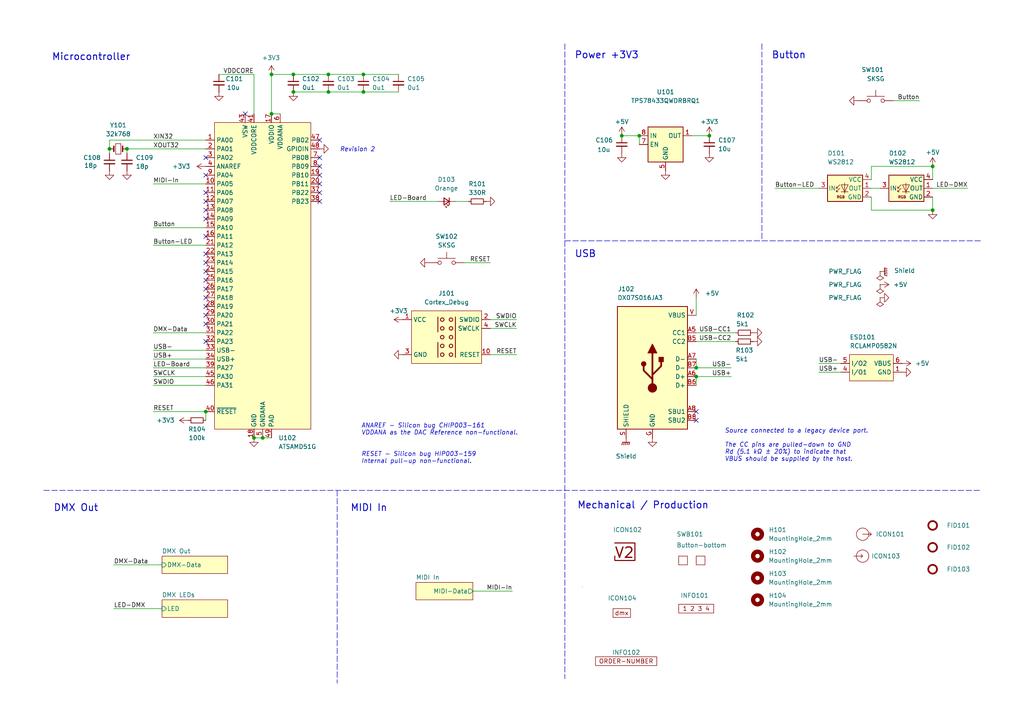
<source format=kicad_sch>
(kicad_sch (version 20250114) (generator "eeschema") (generator_version "9.0")
  (paper "A4")
  (title_block (title "V2 dmx") (date "2026-01-06") (rev "5") (company "Versio Duo") (comment 1 "MIDI to DMX Bridge"))
  (lib_symbols
    (symbol "V2_Artwork:Arrow_In" (in_bom no)
      (property "Reference" "ICON" (at -2.54 2.54 0))
      (symbol "Arrow_In_0_1"
        (polyline (pts (xy -2.54 0) (xy 0 0)))
        (polyline (pts (xy -0.508 0.508) (xy 0 0) (xy -0.508 -0.508)))
        (circle (center 0 0) (radius 1.7961))
      )
    )
    (symbol "V2_Artwork:Arrow_Out" (in_bom no)
      (property "Reference" "ICON" (at -2.54 2.54 0))
      (symbol "Arrow_Out_0_1"
        (polyline (pts (xy 0 0) (xy 2.54 0)))
        (circle (center 0 0) (radius 1.7961))
        (polyline (pts (xy 2.032 0.508) (xy 2.54 0) (xy 2.032 -0.508)))
      )
    )
    (symbol "V2_Artwork:Board_dmx" (in_bom no)
      (property "Reference" "ICON" (at 0 2.54 0))
      (symbol "Board_dmx_0_0"
        (rectangle (start -11.43 7.62) (end -11.43 7.62))
        (rectangle (start 2.54 -1.27) (end -2.54 1.27))
        (text "dmx" (at 0 0 0) (effects (font (size 1.27 1.27))))
      )
    )
    (symbol "V2_Artwork:V2-logo" (in_bom no)
      (property "Reference" "ICON" (at -3.302 3.81 0))
      (symbol "V2-logo_1_0"
        (polyline (pts (xy -3.302 2.54) (xy 2.54 2.54) (xy 2.54 -2.54) (xy -3.302 -2.54) (xy -3.302 -1.27)) (stroke (width 0.3)))
      )
      (symbol "V2-logo_1_1"
        (text "V2" (at -0.508 -0.254 0) (effects (font (size 3 3) (thickness 0.375))))
      )
    )
    (symbol "V2_Connector_USB:JAE_DX07S016JA3"
      (property "Reference" "J" (at -10.16 22.86 0))
      (property "Value" "DX07S016JA3" (at -10.16 20.5 0))
      (symbol "JAE_DX07S016JA3_0_1"
        (rectangle (start -10.16 17.78) (end 10.16 -17.78) (stroke (width 0.254)) (fill (type background)))
        (circle (center -2.54 1.143) (radius 0.635) (stroke (width 0.254)) (fill (type outline)))
        (polyline (pts (xy -1.27 4.318) (xy 0 6.858) (xy 1.27 4.318) (xy -1.27 4.318)) (stroke (width 0.254)) (fill (type outline)))
        (polyline (pts (xy 0 -2.032) (xy 2.54 0.508) (xy 2.54 1.778)) (stroke (width 0.508)))
        (polyline (pts (xy 0 -3.302) (xy -2.54 -0.762) (xy -2.54 0.508)) (stroke (width 0.508)))
        (polyline (pts (xy 0 -5.842) (xy 0 4.318)) (stroke (width 0.508)))
        (circle (center 0 -5.842) (radius 1.27) (fill (type outline)))
        (rectangle (start 1.905 1.778) (end 3.175 3.048) (stroke (width 0.254)) (fill (type outline)))
      )
      (symbol "JAE_DX07S016JA3_1_1"
        (pin passive line (at -7.62 -20.32 90) (length 2.54) (name "SHIELD") (number "S"))
        (pin passive line (at 0 -20.32 90) (length 2.54) (name "GND") (number "G"))
        (pin passive line (at 12.7 15.24 180) (length 2.54) (name "VBUS") (number "V"))
        (pin bidirectional line (at 12.7 10.16 180) (length 2.54) (name "CC1") (number "A5"))
        (pin bidirectional line (at 12.7 7.62 180) (length 2.54) (name "CC2") (number "B5"))
        (pin bidirectional line (at 12.7 2.54 180) (length 2.54) (name "D-") (number "A7"))
        (pin bidirectional line (at 12.7 0 180) (length 2.54) (name "D-") (number "B7"))
        (pin bidirectional line (at 12.7 -2.54 180) (length 2.54) (name "D+") (number "A6"))
        (pin bidirectional line (at 12.7 -5.08 180) (length 2.54) (name "D+") (number "B6"))
        (pin bidirectional line (at 12.7 -12.7 180) (length 2.54) (name "SBU1") (number "A8"))
        (pin bidirectional line (at 12.7 -15.24 180) (length 2.54) (name "SBU2") (number "B8"))
      )
    )
    (symbol "V2_Cortex_Debug:Cortex_Debug" (in_bom no)
      (property "Reference" "J" (at -8.89 11.43 0))
      (property "Value" "Cortex_Debug" (at -8.89 8.89 0))
      (symbol "Cortex_Debug_1_0"
        (polyline (pts (xy -1.27 5.842) (xy -1.27 1.524)) (stroke (width 0.254)))
        (polyline (pts (xy -1.27 -1.524) (xy -1.27 -5.842)) (stroke (width 0.254)))
        (circle (center 0 5.08) (radius 0.508) (stroke (width 0.254)))
        (circle (center 0 2.54) (radius 0.508) (stroke (width 0.254)))
        (circle (center 0 0) (radius 0.508) (stroke (width 0.254)))
        (circle (center 0 -2.54) (radius 0.508) (stroke (width 0.254)))
        (circle (center 0 -5.08) (radius 0.508) (stroke (width 0.254)))
        (circle (center 2.54 5.08) (radius 0.508) (stroke (width 0.254)))
        (circle (center 2.54 2.54) (radius 0.508) (stroke (width 0.254)))
        (circle (center 2.54 0) (radius 0.508) (stroke (width 0.254)))
        (circle (center 2.54 -2.54) (radius 0.508) (stroke (width 0.254)))
        (circle (center 2.54 -5.08) (radius 0.508) (stroke (width 0.254)))
        (polyline (pts (xy 3.81 -5.842) (xy 3.81 5.842)) (stroke (width 0.254)))
        (pin power_in line (at -11.43 5.08 0) (length 2.54) (name "VCC") (number "1"))
        (pin power_in line (at -11.43 -5.08 0) (length 2.54) (name "GND") (number "3"))
        (pin passive line (at -11.43 -5.08 0) (length 2.54) (hide yes) (name "GND") (number "5"))
        (pin bidirectional line (at 13.97 5.08 180) (length 2.54) (name "SWDIO") (number "2"))
        (pin input line (at 13.97 2.54 180) (length 2.54) (name "SWCLK") (number "4"))
        (pin input line (at 13.97 -5.08 180) (length 2.54) (name "RESET") (number "10"))
      )
      (symbol "Cortex_Debug_1_1"
        (rectangle (start -8.89 7.62) (end 11.43 -7.62) (fill (type background)))
      )
    )
    (symbol "V2_Device:C_0603_0u1" (pin_numbers (hide yes)) (pin_names (offset 0.254) (hide yes))
      (property "Reference" "C" (at 1.778 1.524 0))
      (property "Value" "0u1" (at 1.778 -2.032 0))
      (symbol "C_0603_0u1_0_1"
        (polyline (pts (xy -1.524 0.508) (xy 1.524 0.508)) (stroke (width 0.3048)))
        (polyline (pts (xy -1.524 -0.508) (xy 1.524 -0.508)) (stroke (width 0.3302)))
      )
      (symbol "C_0603_0u1_1_1"
        (pin passive line (at 0 2.54 270) (length 2.032) (name "~") (number "1"))
        (pin passive line (at 0 -2.54 90) (length 2.032) (name "~") (number "2"))
      )
    )
    (symbol "V2_Device:C_0603_10u" (pin_numbers (hide yes)) (pin_names (offset 0.254) (hide yes))
      (property "Reference" "C" (at 1.524 1.778 0))
      (property "Value" "10u" (at 1.524 -2.032 0))
      (symbol "C_0603_10u_0_1"
        (polyline (pts (xy -1.524 0.508) (xy 1.524 0.508)) (stroke (width 0.3048)))
        (polyline (pts (xy -1.524 -0.508) (xy 1.524 -0.508)) (stroke (width 0.3302)))
      )
      (symbol "C_0603_10u_1_1"
        (pin passive line (at 0 2.54 270) (length 2.032) (name "~") (number "1"))
        (pin passive line (at 0 -2.54 90) (length 2.032) (name "~") (number "2"))
      )
    )
    (symbol "V2_Device:C_0603_18p" (pin_numbers (hide yes)) (pin_names (offset 0.254) (hide yes))
      (property "Reference" "C" (at 1.524 1.778 0))
      (property "Value" "18p" (at 1.524 -2.032 0))
      (symbol "C_0603_18p_0_1"
        (polyline (pts (xy -1.524 0.508) (xy 1.524 0.508)) (stroke (width 0.3048)))
        (polyline (pts (xy -1.524 -0.508) (xy 1.524 -0.508)) (stroke (width 0.3302)))
      )
      (symbol "C_0603_18p_1_1"
        (pin passive line (at 0 2.54 270) (length 2.032) (name "~") (number "1"))
        (pin passive line (at 0 -2.54 90) (length 2.032) (name "~") (number "2"))
      )
    )
    (symbol "V2_Device:C_0805_10u" (pin_numbers (hide yes)) (pin_names (offset 0.254) (hide yes))
      (property "Reference" "C" (at 1.524 1.778 0))
      (property "Value" "10u" (at 1.524 -2.032 0))
      (symbol "C_0805_10u_0_1"
        (polyline (pts (xy -1.524 0.508) (xy 1.524 0.508)) (stroke (width 0.3048)))
        (polyline (pts (xy -1.524 -0.508) (xy 1.524 -0.508)) (stroke (width 0.3302)))
      )
      (symbol "C_0805_10u_1_1"
        (pin passive line (at 0 2.54 270) (length 2.032) (name "~") (number "1"))
        (pin passive line (at 0 -2.54 90) (length 2.032) (name "~") (number "2"))
      )
    )
    (symbol "V2_Device:Crystal_3.2x1.5_32k768" (pin_numbers (hide yes)) (pin_names (offset 1.016) (hide yes))
      (property "Reference" "Y" (at 0 2.54 0))
      (property "Value" "32k768" (at 0 -3.81 0))
      (symbol "Crystal_3.2x1.5_32k768_0_1"
        (polyline (pts (xy -1.27 -0.762) (xy -1.27 0.762)) (stroke (width 0.381)))
        (rectangle (start -0.762 -1.524) (end 0.762 1.524))
        (polyline (pts (xy 1.27 -0.762) (xy 1.27 0.762)) (stroke (width 0.381)))
      )
      (symbol "Crystal_3.2x1.5_32k768_1_1"
        (pin passive line (at -2.54 0 0) (length 1.27) (name "1") (number "1"))
        (pin passive line (at 2.54 0 180) (length 1.27) (name "2") (number "2"))
      )
    )
    (symbol "V2_Device:LED_0603_Orange" (pin_numbers (hide yes)) (pin_names (offset 0.254) (hide yes))
      (property "Reference" "D" (at 0 5.588 0))
      (property "Value" "Orange" (at 0 3.556 0))
      (symbol "LED_0603_Orange_0_1"
        (polyline (pts (xy -0.762 -1.016) (xy -0.762 1.016)) (stroke (width 0.254)))
        (polyline (pts (xy 0 0.762) (xy -0.508 1.27) (xy -0.254 1.27) (xy -0.508 1.27) (xy -0.508 1.016)))
        (polyline (pts (xy 0.508 1.27) (xy 0 1.778) (xy 0.254 1.778) (xy 0 1.778) (xy 0 1.524)))
        (polyline (pts (xy 0.762 -1.016) (xy -0.762 0) (xy 0.762 1.016) (xy 0.762 -1.016)) (stroke (width 0.254)))
        (polyline (pts (xy 1.016 0) (xy -0.762 0)))
      )
      (symbol "LED_0603_Orange_1_1"
        (pin passive line (at -2.54 0 0) (length 1.778) (name "K") (number "1"))
        (pin passive line (at 2.54 0 180) (length 1.778) (name "A") (number "2"))
      )
    )
    (symbol "V2_Device:R_0603_100k" (pin_numbers (hide yes)) (pin_names (offset 0.254) (hide yes))
      (property "Reference" "R" (at 2.032 1.27 0))
      (property "Value" "100k" (at 3.81 -1.27 0))
      (symbol "R_0603_100k_0_1"
        (rectangle (start -0.762 1.778) (end 0.762 -1.778) (stroke (width 0.2032)))
      )
      (symbol "R_0603_100k_1_1"
        (pin passive line (at 0 2.54 270) (length 0.762) (name "~") (number "1"))
        (pin passive line (at 0 -2.54 90) (length 0.762) (name "~") (number "2"))
      )
    )
    (symbol "V2_Device:R_0603_330R" (pin_numbers (hide yes)) (pin_names (offset 0.254) (hide yes))
      (property "Reference" "R" (at 2.032 1.27 0))
      (property "Value" "330R" (at 4.064 -1.27 0))
      (symbol "R_0603_330R_0_1"
        (rectangle (start -0.762 1.778) (end 0.762 -1.778) (stroke (width 0.2032)))
      )
      (symbol "R_0603_330R_1_1"
        (pin passive line (at 0 2.54 270) (length 0.762) (name "~") (number "1"))
        (pin passive line (at 0 -2.54 90) (length 0.762) (name "~") (number "2"))
      )
    )
    (symbol "V2_Device:R_0603_5k1" (pin_numbers (hide yes)) (pin_names (offset 0.254) (hide yes))
      (property "Reference" "R" (at 2.032 1.27 0))
      (property "Value" "5k1" (at 3.302 -1.27 0))
      (symbol "R_0603_5k1_0_1"
        (rectangle (start -0.762 1.778) (end 0.762 -1.778) (stroke (width 0.2032)))
      )
      (symbol "R_0603_5k1_1_1"
        (pin passive line (at 0 2.54 270) (length 0.762) (name "~") (number "1"))
        (pin passive line (at 0 -2.54 90) (length 0.762) (name "~") (number "2"))
      )
    )
    (symbol "V2_ESD_Suppressor:RCLAMP0582N"
      (property "Reference" "ESD" (at -6.35 6.35 0))
      (property "Value" "RCLAMP0582N" (at -6.35 3.81 0))
      (symbol "RCLAMP0582N_0_1"
        (rectangle (start -6.35 2.54) (end 6.35 -5.08) (fill (type background)))
      )
      (symbol "RCLAMP0582N_1_0"
        (pin bidirectional line (at -8.89 0 0) (length 2.54) (name "I/O2") (number "5"))
        (pin bidirectional line (at -8.89 -2.54 0) (length 2.54) (name "I/O1") (number "4"))
        (pin no_connect line (at 2.54 -10.16 0) (length 2.54) (hide yes) (name "") (number "3"))
        (pin power_in line (at 8.89 0 180) (length 2.54) (name "VBUS") (number "6"))
        (pin power_in line (at 8.89 -2.54 180) (length 2.54) (name "GND") (number "1"))
      )
      (symbol "RCLAMP0582N_1_1"
        (pin no_connect line (at 2.54 -7.62 0) (length 2.54) (hide yes) (name "") (number "2"))
      )
    )
    (symbol "V2_LED:WS2812" (pin_names (offset 0.254))
      (property "Reference" "D3" (at 0 10.414 0))
      (property "Value" "WS2812" (at 0 7.874 0))
      (symbol "WS2812_0_0"
        (text "RGB" (at -1.27 -1.27 0) (effects (font (size 0.762 0.762))))
      )
      (symbol "WS2812_0_1"
        (rectangle (start -5.08 5.08) (end 5.08 -2.54) (stroke (width 0.254)) (fill (type background)))
        (polyline (pts (xy -2.54 1.27) (xy -2.032 1.27)))
        (polyline (pts (xy -2.54 0.254) (xy -2.032 0.254)))
        (polyline (pts (xy -1.524 2.286) (xy -2.54 1.27) (xy -2.54 1.778)))
        (polyline (pts (xy -1.524 1.27) (xy -2.54 0.254) (xy -2.54 0.762)))
        (polyline (pts (xy -0.127 2.794) (xy -0.127 0.254) (xy -0.127 -0.254)))
        (polyline (pts (xy 0.889 2.286) (xy -1.143 2.286) (xy -0.127 0.254) (xy 0.889 2.286)))
        (polyline (pts (xy 0.889 0.254) (xy -1.143 0.254)))
      )
      (symbol "WS2812_1_1"
        (pin input line (at -7.62 1.27 0) (length 2.54) (name "IN") (number "3"))
        (pin power_in line (at 7.62 3.81 180) (length 2.54) (name "VCC") (number "4"))
        (pin output line (at 7.62 1.27 180) (length 2.54) (name "OUT") (number "1"))
        (pin power_in line (at 7.62 -1.27 180) (length 2.54) (name "GND") (number "2"))
      )
    )
    (symbol "V2_MCU_Microchip_SAMD:ATSAMD51G"
      (property "Reference" "U" (at 8.8392 -47.2948 0))
      (property "Value" "ATSAMD51G" (at 13.8684 -51.8668 0))
      (symbol "ATSAMD51G_0_1"
        (rectangle (start -13.97 44.45) (end 13.97 -44.45) (fill (type background)))
      )
      (symbol "ATSAMD51G_1_1"
        (pin bidirectional line (at -16.51 39.37 0) (length 2.54) (name "PA00") (number "1"))
        (pin bidirectional line (at -16.51 36.83 0) (length 2.54) (name "PA01") (number "2"))
        (pin bidirectional line (at -16.51 34.29 0) (length 2.54) (name "PA02") (number "3"))
        (pin bidirectional line (at -16.51 31.75 0) (length 2.54) (name "PA03") (number "4") (alternate "ANAREF" input line))
        (pin bidirectional line (at -16.51 29.21 0) (length 2.54) (name "PA04") (number "9"))
        (pin bidirectional line (at -16.51 26.67 0) (length 2.54) (name "PA05") (number "10"))
        (pin bidirectional line (at -16.51 24.13 0) (length 2.54) (name "PA06") (number "11"))
        (pin bidirectional line (at -16.51 21.59 0) (length 2.54) (name "PA07") (number "12"))
        (pin bidirectional line (at -16.51 19.05 0) (length 2.54) (name "PA08") (number "13"))
        (pin bidirectional line (at -16.51 16.51 0) (length 2.54) (name "PA09") (number "14"))
        (pin bidirectional line (at -16.51 13.97 0) (length 2.54) (name "PA10") (number "15"))
        (pin bidirectional line (at -16.51 11.43 0) (length 2.54) (name "PA11") (number "16"))
        (pin bidirectional line (at -16.51 8.89 0) (length 2.54) (name "PA12") (number "21"))
        (pin bidirectional line (at -16.51 6.35 0) (length 2.54) (name "PA13") (number "22"))
        (pin bidirectional line (at -16.51 3.81 0) (length 2.54) (name "PA14") (number "23"))
        (pin bidirectional line (at -16.51 1.27 0) (length 2.54) (name "PA15") (number "24"))
        (pin bidirectional line (at -16.51 -1.27 0) (length 2.54) (name "PA16") (number "25"))
        (pin bidirectional line (at -16.51 -3.81 0) (length 2.54) (name "PA17") (number "26"))
        (pin bidirectional line (at -16.51 -6.35 0) (length 2.54) (name "PA18") (number "27"))
        (pin bidirectional line (at -16.51 -8.89 0) (length 2.54) (name "PA19") (number "28"))
        (pin bidirectional line (at -16.51 -11.43 0) (length 2.54) (name "PA20") (number "29"))
        (pin bidirectional line (at -16.51 -13.97 0) (length 2.54) (name "PA21") (number "30"))
        (pin bidirectional line (at -16.51 -16.51 0) (length 2.54) (name "PA22") (number "31"))
        (pin bidirectional line (at -16.51 -19.05 0) (length 2.54) (name "PA23") (number "32"))
        (pin bidirectional line (at -16.51 -21.59 0) (length 2.54) (name "PA24") (number "33") (alternate "USB-" bidirectional line))
        (pin bidirectional line (at -16.51 -24.13 0) (length 2.54) (name "PA25") (number "34") (alternate "USB+" bidirectional line))
        (pin bidirectional line (at -16.51 -26.67 0) (length 2.54) (name "PA27") (number "39"))
        (pin bidirectional line (at -16.51 -29.21 0) (length 2.54) (name "PA30") (number "45"))
        (pin bidirectional line (at -16.51 -31.75 0) (length 2.54) (name "PA31") (number "46"))
        (pin input line (at -16.51 -39.37 0) (length 2.54) (name "~{RESET}") (number "40"))
        (pin power_in line (at -5.08 46.99 270) (length 2.54) (name "VSW") (number "43"))
        (pin power_out line (at -2.54 46.99 270) (length 2.54) (name "VDDCORE") (number "41"))
        (pin power_in line (at -2.54 -46.99 90) (length 2.54) (name "GND") (number "18"))
        (pin passive line (at -2.54 -46.99 90) (length 2.54) (hide yes) (name "GND") (number "35"))
        (pin passive line (at -2.54 -46.99 90) (length 2.54) (hide yes) (name "GND") (number "42"))
        (pin power_in line (at 0 -46.99 90) (length 2.54) (name "GNDANA") (number "5"))
        (pin power_in line (at 2.54 46.99 270) (length 2.54) (name "VDDIO") (number "17"))
        (pin passive line (at 2.54 46.99 270) (length 2.54) (hide yes) (name "VDDIO") (number "36"))
        (pin passive line (at 2.54 46.99 270) (length 2.54) (hide yes) (name "VDDIO") (number "44"))
        (pin power_in line (at 2.54 -46.99 90) (length 2.54) (name "PAD") (number "49"))
        (pin power_in line (at 5.08 46.99 270) (length 2.54) (name "VDDANA") (number "6"))
        (pin bidirectional line (at 16.51 39.37 180) (length 2.54) (name "PB02") (number "47"))
        (pin bidirectional line (at 16.51 36.83 180) (length 2.54) (name "PB03") (number "48") (alternate "GPIOIN" input line))
        (pin bidirectional line (at 16.51 34.29 180) (length 2.54) (name "PB08") (number "7"))
        (pin bidirectional line (at 16.51 31.75 180) (length 2.54) (name "PB09") (number "8"))
        (pin bidirectional line (at 16.51 29.21 180) (length 2.54) (name "PB10") (number "19"))
        (pin bidirectional line (at 16.51 26.67 180) (length 2.54) (name "PB11") (number "20"))
        (pin bidirectional line (at 16.51 24.13 180) (length 2.54) (name "PB22") (number "37"))
        (pin bidirectional line (at 16.51 21.59 180) (length 2.54) (name "PB23") (number "38"))
      )
    )
    (symbol "V2_Mechanical:Fiducial_Paste" (in_bom no)
      (property "Reference" "FID" (at 5.08 0 0))
      (symbol "Fiducial_Paste_0_1"
        (circle (center 0 0) (radius 1.27) (stroke (width 0.508)))
      )
    )
    (symbol "V2_Mechanical:MountingHole_2mm" (pin_names (offset 1.016)) (in_bom no)
      (property "Reference" "H" (at 0 5.08 0))
      (property "Value" "MountingHole_2mm" (at 0 3.175 0))
      (symbol "MountingHole_2mm_0_1"
        (circle (center 0 0) (radius 1.27) (stroke (width 1.27)))
      )
    )
    (symbol "V2_PCB_Devices:Button-bottom" (in_bom no)
      (property "Reference" "SWB1" (at -2.54 3.81 0))
      (property "Value" "Button-bottom" (at -6.35 -3.81 0))
      (symbol "Button-bottom_0_1"
        (rectangle (start -3.81 1.27) (end -1.27 -1.27))
        (rectangle (start 1.27 1.27) (end 3.81 -1.27))
      )
    )
    (symbol "V2_Production:Layer_Numbers" (in_bom no)
      (property "Reference" "INFO" (at 0 3.81 0))
      (symbol "Layer_Numbers_0_0"
        (text "1 2 3 4" (at 0 0 0) (effects (font (size 1.27 1.27))))
      )
      (symbol "Layer_Numbers_0_1"
        (rectangle (start -5.08 1.27) (end 5.08 -1.27))
      )
    )
    (symbol "V2_Production:Order_Number" (in_bom no)
      (property "Reference" "INFO" (at 0 2.54 0))
      (symbol "Order_Number_0_0"
        (text "ORDER-NUMBER" (at 0 0 0) (effects (font (size 1.27 1.27))))
      )
      (symbol "Order_Number_0_1"
        (rectangle (start -8.89 1.27) (end 8.89 -1.27))
      )
    )
    (symbol "V2_Regulator_Linear:TPS78433QWDRBRQ1"
      (property "Reference" "U" (at -5.08 10.16 0))
      (property "Value" "TPS78433QWDRBRQ1" (at -5.08 7.62 0))
      (symbol "TPS78433QWDRBRQ1_0_1"
        (rectangle (start -5.08 -5.08) (end 5.08 5.08) (stroke (width 0.254)) (fill (type background)))
        (pin power_in line (at -7.62 2.54 0) (length 2.54) (name "IN") (number "8"))
        (pin input line (at -7.62 0 0) (length 2.54) (name "EN") (number "7"))
        (pin power_in line (at 0 -7.62 90) (length 2.54) (name "GND") (number "5"))
        (pin no_connect line (at 0 -19.05 180) (length 2.54) (hide yes) (name "") (number "2"))
        (pin no_connect line (at 0 -21.59 180) (length 2.54) (hide yes) (name "") (number "3"))
        (pin no_connect line (at 0 -24.13 180) (length 2.54) (hide yes) (name "") (number "4"))
        (pin no_connect line (at 0 -26.67 180) (length 2.54) (hide yes) (name "") (number "6"))
        (pin power_out line (at 7.62 2.54 180) (length 2.54) (name "OUT") (number "1"))
      )
      (symbol "TPS78433QWDRBRQ1_1_1"
        (pin passive line (at 0 -7.62 90) (length 2.54) (hide yes) (name "GND") (number "9"))
      )
    )
    (symbol "V2_Switch:SKSG" (pin_numbers (hide yes)) (pin_names (offset 1.016) (hide yes))
      (property "Reference" "SW" (at 0 7.62 0))
      (property "Value" "SKSG" (at 0 5.08 0))
      (symbol "SKSG_0_1"
        (circle (center -2.032 0) (radius 0.508))
        (polyline (pts (xy 0 1.27) (xy 0 3.048)))
        (circle (center 2.032 0) (radius 0.508))
        (polyline (pts (xy 2.54 1.27) (xy -2.54 1.27)))
        (pin passive line (at -5.08 0 0) (length 2.54) (name "1") (number "1"))
        (pin passive line (at 5.08 0 180) (length 2.54) (name "2") (number "2"))
      )
    )
    (symbol "V2_power:+3V3" (power) (pin_numbers (hide yes)) (pin_names (offset 0) (hide yes))
      (property "Value" "+3V3" (at 0 5.08 0))
      (symbol "+3V3_0_1"
        (polyline (pts (xy -0.762 1.27) (xy 0 2.54)))
        (polyline (pts (xy 0 2.54) (xy 0.762 1.27)))
        (polyline (pts (xy 0 0) (xy 0 2.54)))
      )
      (symbol "+3V3_1_1"
        (pin power_in line (at 0 0 90) (length 0) (name "~") (number "1"))
      )
    )
    (symbol "V2_power:+5V" (power) (pin_numbers (hide yes)) (pin_names (offset 0) (hide yes))
      (property "Value" "+5V" (at 0 5.08 0))
      (symbol "+5V_0_1"
        (polyline (pts (xy -0.762 1.27) (xy 0 2.54)))
        (polyline (pts (xy 0 2.54) (xy 0.762 1.27)))
        (polyline (pts (xy 0 0) (xy 0 2.54)))
      )
      (symbol "+5V_1_1"
        (pin power_in line (at 0 0 90) (length 0) (name "~") (number "1"))
      )
    )
    (symbol "V2_power:GND" (power) (pin_numbers (hide yes)) (pin_names (offset 0) (hide yes))
      (symbol "GND_0_1"
        (polyline (pts (xy 0 0) (xy 0 -1.27) (xy 1.27 -1.27) (xy 0 -2.54) (xy -1.27 -1.27) (xy 0 -1.27)))
      )
      (symbol "GND_1_1"
        (pin power_in line (at 0 0 270) (length 0) (name "~") (number "1"))
      )
    )
    (symbol "V2_power:PWR_FLAG" (power) (pin_numbers (hide yes)) (pin_names (offset 0) (hide yes))
      (property "Value" "PWR_FLAG" (at -8.89 0 0))
      (symbol "PWR_FLAG_0_0"
        (pin power_out line (at 0 0 180) (length 0) (name "~") (number "1"))
      )
      (symbol "PWR_FLAG_0_1"
        (polyline (pts (xy 0 0) (xy -1.27 0) (xy -1.905 -1.016) (xy -2.54 0) (xy -1.905 1.016) (xy -1.27 0)))
      )
    )
    (symbol "V2_power:Shield" (power) (pin_numbers (hide yes)) (pin_names (offset 0) (hide yes))
      (property "Value" "Shield" (at 0 -5.08 0))
      (symbol "Shield_0_1"
        (polyline (pts (xy -1.016 -1.27) (xy -1.27 -2.032) (xy -1.27 -2.032)) (stroke (width 0.2032)))
        (polyline (pts (xy -0.508 -1.27) (xy -0.762 -2.032) (xy -0.762 -2.032)) (stroke (width 0.2032)))
        (polyline (pts (xy 0 -1.27) (xy 0 0)))
        (polyline (pts (xy 0 -1.27) (xy -0.254 -2.032) (xy -0.254 -2.032)) (stroke (width 0.2032)))
        (polyline (pts (xy 0.508 -1.27) (xy 0.254 -2.032) (xy 0.254 -2.032)) (stroke (width 0.2032)))
        (polyline (pts (xy 1.016 -1.27) (xy -1.016 -1.27) (xy -1.016 -1.27)) (stroke (width 0.2032)))
        (polyline (pts (xy 1.016 -1.27) (xy 0.762 -2.032) (xy 0.762 -2.032) (xy 0.762 -2.032)) (stroke (width 0.2032)))
      )
      (symbol "Shield_1_1"
        (pin power_in line (at 0 0 270) (length 0) (name "~") (number "1"))
      )
    )
  )
  (text "﻿ANAREF - Silicon bug CHIP003-161\nVDDANA as the DAC Reference non-functional." (at 104.775 126.365 0) (effects (font (size 1.27 1.27) (italic yes)) (justify left bottom)))
  (text "RESET - ﻿Silicon bug HIP003-159\nInternal pull-up non-functional." (at 104.775 134.62 0) (effects (font (size 1.27 1.27) (italic yes)) (justify left bottom)))
  (text "﻿Source connected to a legacy device port.\n\nThe CC pins are pulled-down to GND\nRd (5.1 kΩ ± 20%) to indicate that\nVBUS should be supplied by the host. " (at 210.185 133.985 0) (effects (font (size 1.27 1.27) (italic yes)) (justify left bottom)))
  (text "Button" (at 223.774 17.272 0) (effects (font (size 2 2) (thickness 0.254) (bold yes)) (justify left bottom)))
  (text "Revision 2" (at 98.552 44.196 0) (effects (font (size 1.27 1.27) (italic yes)) (justify left bottom)))
  (text "Mechanical / Production" (at 167.386 147.828 0) (effects (font (size 2 2) (thickness 0.254) (bold yes)) (justify left bottom)))
  (text "Power +3V3" (at 166.624 17.272 0) (effects (font (size 2 2) (thickness 0.254) (bold yes)) (justify left bottom)))
  (text "Microcontroller" (at 14.986 17.78 0) (effects (font (size 2 2) (thickness 0.254) (bold yes)) (justify left bottom)))
  (text "USB" (at 166.624 74.93 0) (effects (font (size 2 2) (thickness 0.254) (bold yes)) (justify left bottom)))
  (text "DMX Out" (at 15.494 148.59 0) (effects (font (size 2 2) (thickness 0.254) (bold yes)) (justify left bottom)))
  (text "MIDI In" (at 101.6 148.59 0) (effects (font (size 2 2) (thickness 0.254) (bold yes)) (justify left bottom)))
  (junction (at 95.25 21.59))
  (junction (at 270.51 60.96))
  (junction (at 185.42 39.37))
  (junction (at 85.09 26.67))
  (junction (at 105.41 26.67))
  (junction (at 201.93 106.68))
  (junction (at 36.83 43.18))
  (junction (at 76.2 127))
  (junction (at 105.41 21.59))
  (junction (at 73.66 127))
  (junction (at 180.34 39.37))
  (junction (at 85.09 21.59))
  (junction (at 95.25 26.67))
  (junction (at 31.75 43.18))
  (junction (at 270.51 48.26))
  (junction (at 78.74 21.59))
  (junction (at 59.69 119.38))
  (junction (at 201.93 109.22))
  (junction (at 205.74 39.37))
  (junction (at 78.74 33.02))
  (no_connect (at 59.69 63.5))
  (no_connect (at 59.69 88.9))
  (no_connect (at 201.93 119.38))
  (no_connect (at 201.93 121.92))
  (no_connect (at 59.69 55.88))
  (no_connect (at 59.69 58.42))
  (no_connect (at 59.69 60.96))
  (no_connect (at 59.69 68.58))
  (no_connect (at 59.69 50.8))
  (no_connect (at 59.69 45.72))
  (no_connect (at 59.69 78.74))
  (no_connect (at 59.69 76.2))
  (no_connect (at 59.69 73.66))
  (no_connect (at 59.69 86.36))
  (no_connect (at 92.71 50.8))
  (no_connect (at 92.71 53.34))
  (no_connect (at 92.71 58.42))
  (no_connect (at 92.71 55.88))
  (no_connect (at 92.71 48.26))
  (no_connect (at 92.71 45.72))
  (no_connect (at 92.71 40.64))
  (no_connect (at 59.69 83.82))
  (no_connect (at 71.12 33.02))
  (no_connect (at 59.69 93.98))
  (no_connect (at 59.69 91.44))
  (no_connect (at 59.69 99.06))
  (no_connect (at 59.69 81.28))
  (wire (pts (xy 78.74 21.59) (xy 78.74 33.02)))
  (wire (pts (xy 59.69 119.38) (xy 59.69 121.92)))
  (wire (pts (xy 252.73 52.07) (xy 252.73 48.26)))
  (wire (pts (xy 201.93 104.14) (xy 201.93 106.68)))
  (wire (pts (xy 252.73 54.61) (xy 255.27 54.61)))
  (wire (pts (xy 137.16 171.45) (xy 148.59 171.45)))
  (wire (pts (xy 180.34 39.37) (xy 185.42 39.37)))
  (wire (pts (xy 76.2 127) (xy 78.74 127)))
  (polyline (pts (xy 12.7 142.24) (xy 284.48 142.24)) (stroke (width 0) (type dash)))
  (wire (pts (xy 46.99 163.83) (xy 33.02 163.83)))
  (wire (pts (xy 252.73 48.26) (xy 270.51 48.26)))
  (wire (pts (xy 63.5 21.59) (xy 73.66 21.59)))
  (wire (pts (xy 142.24 92.71) (xy 149.86 92.71)))
  (wire (pts (xy 201.93 109.22) (xy 212.09 109.22)))
  (wire (pts (xy 44.45 111.76) (xy 59.69 111.76)))
  (wire (pts (xy 31.75 43.18) (xy 31.75 44.45)))
  (wire (pts (xy 252.73 60.96) (xy 270.51 60.96)))
  (wire (pts (xy 95.25 26.67) (xy 105.41 26.67)))
  (wire (pts (xy 44.45 119.38) (xy 59.69 119.38)))
  (wire (pts (xy 44.45 66.04) (xy 59.69 66.04)))
  (wire (pts (xy 78.74 33.02) (xy 81.28 33.02)))
  (wire (pts (xy 201.93 109.22) (xy 201.93 111.76)))
  (wire (pts (xy 224.79 54.61) (xy 237.49 54.61)))
  (wire (pts (xy 201.93 106.68) (xy 212.09 106.68)))
  (wire (pts (xy 134.62 76.2) (xy 142.24 76.2)))
  (wire (pts (xy 73.66 33.02) (xy 73.66 21.59)))
  (wire (pts (xy 270.51 57.15) (xy 270.51 60.96)))
  (wire (pts (xy 237.49 105.41) (xy 243.84 105.41)))
  (wire (pts (xy 78.74 21.59) (xy 85.09 21.59)))
  (polyline (pts (xy 163.83 69.85) (xy 284.48 69.85)) (stroke (width 0) (type dash)))
  (wire (pts (xy 201.93 86.36) (xy 201.93 91.44)))
  (wire (pts (xy 44.45 71.12) (xy 59.69 71.12)))
  (polyline (pts (xy 97.79 142.24) (xy 97.79 198.12)) (stroke (width 0) (type dash)))
  (wire (pts (xy 46.99 176.53) (xy 33.02 176.53)))
  (wire (pts (xy 44.45 53.34) (xy 59.69 53.34)))
  (wire (pts (xy 201.93 99.06) (xy 213.36 99.06)))
  (wire (pts (xy 142.24 95.25) (xy 149.86 95.25)))
  (wire (pts (xy 270.51 54.61) (xy 280.67 54.61)))
  (wire (pts (xy 205.74 39.37) (xy 200.66 39.37)))
  (wire (pts (xy 85.09 21.59) (xy 95.25 21.59)))
  (wire (pts (xy 44.45 104.14) (xy 59.69 104.14)))
  (wire (pts (xy 85.09 26.67) (xy 95.25 26.67)))
  (wire (pts (xy 185.42 39.37) (xy 185.42 41.91)))
  (wire (pts (xy 259.08 29.21) (xy 266.7 29.21)))
  (polyline (pts (xy 220.98 12.7) (xy 220.98 69.85)) (stroke (width 0) (type dash)))
  (wire (pts (xy 270.51 48.26) (xy 270.51 52.07)))
  (wire (pts (xy 252.73 57.15) (xy 252.73 60.96)))
  (wire (pts (xy 105.41 21.59) (xy 115.57 21.59)))
  (wire (pts (xy 142.24 102.87) (xy 149.86 102.87)))
  (wire (pts (xy 95.25 21.59) (xy 105.41 21.59)))
  (wire (pts (xy 135.89 58.42) (xy 132.08 58.42)))
  (wire (pts (xy 59.69 40.64) (xy 31.75 40.64)))
  (wire (pts (xy 201.93 96.52) (xy 213.36 96.52)))
  (wire (pts (xy 59.69 96.52) (xy 44.45 96.52)))
  (wire (pts (xy 36.83 43.18) (xy 36.83 44.45)))
  (polyline (pts (xy 163.83 12.7) (xy 163.83 196.85)) (stroke (width 0) (type dash)))
  (wire (pts (xy 44.45 106.68) (xy 59.69 106.68)))
  (wire (pts (xy 44.45 109.22) (xy 59.69 109.22)))
  (wire (pts (xy 31.75 40.64) (xy 31.75 43.18)))
  (wire (pts (xy 73.66 127) (xy 76.2 127)))
  (wire (pts (xy 59.69 43.18) (xy 36.83 43.18)))
  (wire (pts (xy 237.49 107.95) (xy 243.84 107.95)))
  (wire (pts (xy 44.45 101.6) (xy 59.69 101.6)))
  (wire (pts (xy 105.41 26.67) (xy 115.57 26.67)))
  (wire (pts (xy 113.03 58.42) (xy 127 58.42)))
  (label "MIDI-In" (at 148.59 171.45 180))
  (label "RESET" (at 44.45 119.38 0))
  (label "Button-LED" (at 44.45 71.12 0))
  (label "XIN32" (at 44.45 40.64 0))
  (label "SWDIO" (at 149.86 92.71 180))
  (label "SWCLK" (at 44.45 109.22 0))
  (label "DMX-Data" (at 33.02 163.83 0))
  (label "USB-CC1" (at 212.09 96.52 180))
  (label "RESET" (at 149.86 102.87 180))
  (label "XOUT32" (at 44.45 43.18 0))
  (label "SWCLK" (at 149.86 95.25 180))
  (label "Button-LED" (at 224.79 54.61 0))
  (label "VDDCORE" (at 64.77 21.59 0))
  (label "USB-" (at 212.09 106.68 180))
  (label "DMX-Data" (at 44.45 96.52 0))
  (label "LED-Board" (at 44.45 106.68 0))
  (label "LED-DMX" (at 33.02 176.53 0))
  (label "USB+" (at 212.09 109.22 180))
  (label "USB+" (at 237.49 107.95 0))
  (label "LED-DMX" (at 280.67 54.61 180))
  (label "LED-Board" (at 113.03 58.42 0))
  (label "Button" (at 44.45 66.04 0))
  (label "RESET" (at 142.24 76.2 180))
  (label "USB-CC2" (at 212.09 99.06 180))
  (label "Button" (at 266.7 29.21 180))
  (label "MIDI-In" (at 44.45 53.34 0))
  (label "USB+" (at 44.45 104.14 0))
  (label "USB-" (at 44.45 101.6 0))
  (label "SWDIO" (at 44.45 111.76 0))
  (label "USB-" (at 237.49 105.41 0))
  (symbol (lib_id "V2_Device:R_0603_5k1") (at 215.9 96.52 90) (unit 1)
    (property "Reference" "R102" (at 218.8025 91.4041 90) (effects (justify left)))
    (property "Value" "5k1" (at 217.1699 93.98 90) (effects (justify left)))
    (property "Footprint" "V2_Resistor_SMD:R_0603" (effects (hide yes)))
    (property "Description" "Resistor, small symbol" (effects (hide yes)))
    (property "Mouser" "71-CRCW06035K10FKEAC" (effects (hide yes)))
    (property "Product" "CRCW06035K10FKEAC" (effects (hide yes)))
    (property "Manufacturer" "Vishay" (effects (hide yes)))
    (property "Rating" "100mW" (effects (hide yes)))
  )
  (symbol (lib_id "V2_Device:C_0603_0u1") (at 115.57 24.13 0) (unit 1)
    (property "Reference" "C105" (at 118.11 22.8662 0) (effects (justify left)))
    (property "Value" "0u1" (at 118.11 25.4062 0) (effects (justify left)))
    (property "Footprint" "V2_Capacitor_SMD:C_0603" (effects (hide yes)))
    (property "Description" "Unpolarized capacitor, small symbol" (effects (hide yes)))
    (property "Mouser" "810-CGA3E2X7R1H104MA" (effects (hide yes)))
    (property "Manufacturer" "TDK" (effects (hide yes)))
    (property "Product" "CGA3E2X7R1H104M080AA" (effects (hide yes)))
    (property "Rating" "50V" (effects (hide yes)))
  )
  (symbol (lib_id "V2_power:GND") (at 270.51 60.96 0) (unit 1)
    (property "Reference" "#PWR0116" (effects (hide yes)))
    (property "Value" "GND" (effects (hide yes)))
  )
  (symbol (lib_id "V2_Artwork:Arrow_Out") (at 250.19 154.94 0) (unit 1) (in_bom no)
    (property "Reference" "ICON101" (at 254 154.9399 0) (effects (justify left)))
    (property "Value" "Arrow_Out" (effects (hide yes)))
    (property "Footprint" "V2_Artwork:Arrow_Out" (effects (hide yes)))
    (property "Sim.Enable" "0" (effects (hide yes)))
  )
  (symbol (lib_id "V2_ESD_Suppressor:RCLAMP0582N") (at 252.73 105.41 0) (unit 1)
    (property "Reference" "ESD101" (at 250.19 97.79 0))
    (property "Value" "RCLAMP0582N" (at 253.365 100.33 0))
    (property "Footprint" "V2_ESD_Suppressor:SLP1210N6" (effects (hide yes)))
    (property "Mouser" "947-RCLAMP0582N.TCT" (effects (hide yes)))
    (property "Product" "RCLAMP0582N.TCT" (effects (hide yes)))
    (property "Manufacturer" "Semtech" (effects (hide yes)))
  )
  (symbol (lib_id "V2_power:+3V3") (at 205.74 39.37 0) (unit 1)
    (property "Reference" "#PWR0106" (effects (hide yes)))
    (property "Value" "+3V3" (at 205.74 35.306 0))
  )
  (symbol (lib_id "V2_power:Shield") (at 255.27 78.74 90) (unit 1)
    (property "Reference" "#PWR0118" (effects (hide yes)))
    (property "Value" "Shield" (at 262.382 78.486 90))
  )
  (symbol (lib_id "V2_Switch:SKSG") (at 254 29.21 0) (unit 1)
    (property "Reference" "SW101" (at 253.1122 20.2088 0))
    (property "Value" "SKSG" (at 254 22.86 0))
    (property "Footprint" "V2_Button_Switch_SMD:SKSG" (effects (hide yes)))
    (property "Description" "Push button switch, generic, two pins" (effects (hide yes)))
    (property "Mouser" "688-SKSGACE010" (effects (hide yes)))
    (property "Manufacturer" "Alps Alpine" (effects (hide yes)))
    (property "Product" "SKSGACE010" (effects (hide yes)))
  )
  (symbol (lib_id "V2_power:GND") (at 92.71 43.18 90) (unit 1)
    (property "Reference" "#PWR0107" (effects (hide yes)))
    (property "Value" "GND" (effects (hide yes)))
  )
  (symbol (lib_id "V2_power:GND") (at 218.44 99.06 90) (unit 1)
    (property "Reference" "#PWR0124" (effects (hide yes)))
    (property "Value" "GND" (effects (hide yes)))
  )
  (symbol (lib_id "V2_power:GND") (at 73.66 127 0) (unit 1)
    (property "Reference" "#PWR0129" (effects (hide yes)))
    (property "Value" "GND" (effects (hide yes)))
  )
  (symbol (lib_id "V2_Regulator_Linear:TPS78433QWDRBRQ1") (at 193.04 41.91 0) (unit 1)
    (property "Reference" "U101" (at 193.04 26.67 0))
    (property "Value" "TPS78433QWDRBRQ1" (at 193.04 29.21 0))
    (property "Footprint" "V2_Package_SON:VSON-8-1_3x3mm_P0.65_EP1.65x2.4mm" (effects (hide yes)))
    (property "Datasheet" "https://www.ti.com/product/TPS784-Q1" (effects (hide yes)))
    (property "Mouser" "595-TPS78433QWDRBRQ1" (effects (hide yes)))
    (property "Manufacturer" "Texas Instruments" (effects (hide yes)))
    (property "Product" "TPS78433QWDRBRQ1" (effects (hide yes)))
  )
  (symbol (lib_id "V2_power:GND") (at 36.83 49.53 0) (unit 1)
    (property "Reference" "#PWR0113" (effects (hide yes)))
    (property "Value" "GND" (effects (hide yes)))
  )
  (symbol (lib_id "V2_power:+5V") (at 261.62 105.41 270) (unit 1)
    (property "Reference" "#PWR0126" (effects (hide yes)))
    (property "Value" "+5V" (at 265.43 105.4099 90) (effects (justify left)))
  )
  (symbol (lib_id "V2_Device:LED_0603_Orange") (at 129.54 58.42 180) (unit 1)
    (property "Reference" "D103" (at 129.4765 52.07 0))
    (property "Value" "Orange" (at 129.4765 54.61 0))
    (property "Footprint" "V2_LED:LED_0603" (effects (hide yes)))
    (property "Description" "Light emitting diode, small symbol" (effects (hide yes)))
    (property "Mouser" "755-SML-D12D1WT86" (effects (hide yes)))
    (property "Sim.Pins" "1=K 2=A" (effects (hide yes)))
    (property "Product" "SML-D12D1WT86" (effects (hide yes)))
    (property "Manufacturer" "ROHM Semiconductor " (effects (hide yes)))
  )
  (symbol (lib_id "V2_power:GND") (at 63.5 26.67 0) (unit 1)
    (property "Reference" "#PWR0102" (effects (hide yes)))
    (property "Value" "GND" (effects (hide yes)))
  )
  (symbol (lib_id "V2_LED:WS2812") (at 245.11 55.88 0) (unit 1)
    (property "Reference" "D101" (at 242.57 44.45 0))
    (property "Value" "WS2812" (at 243.84 46.99 0))
    (property "Footprint" "V2_LED:WS2812-2020" (effects (hide yes)))
    (property "Description" "RGB LED with integrated controller" (effects (hide yes)))
    (property "Manufacturer" "Worldsemi" (effects (hide yes)))
    (property "Product" "WS2812B-2020" (effects (hide yes)))
    (property "LCSC" "C965555" (effects (hide yes)))
  )
  (symbol (lib_id "V2_Mechanical:MountingHole_2mm") (at 219.71 154.94 0) (unit 1) (in_bom no)
    (property "Reference" "H101" (at 225.552 153.67 0))
    (property "Value" "MountingHole_2mm" (at 232.156 156.21 0))
    (property "Footprint" "V2_Mechanical:MountingHole_2mm" (effects (hide yes)))
    (property "Description" "Mounting Hole without connection" (effects (hide yes)))
    (property "Sim.Enable" "0" (effects (hide yes)))
  )
  (symbol (lib_id "V2_power:Shield") (at 181.61 127 0) (unit 1)
    (property "Reference" "#PWR0130" (effects (hide yes)))
    (property "Value" "Shield" (at 181.61 132.334 0))
  )
  (symbol (lib_id "V2_Mechanical:MountingHole_2mm") (at 219.71 161.29 0) (unit 1) (in_bom no)
    (property "Reference" "H102" (at 225.552 160.02 0))
    (property "Value" "MountingHole_2mm" (at 232.156 162.56 0))
    (property "Footprint" "V2_Mechanical:MountingHole_2mm" (effects (hide yes)))
    (property "Description" "Mounting Hole without connection" (effects (hide yes)))
    (property "Sim.Enable" "0" (effects (hide yes)))
  )
  (symbol (lib_id "V2_PCB_Devices:Button-bottom") (at 200.66 162.56 0) (unit 1) (in_bom no)
    (property "Reference" "SWB101" (at 196.215 154.94 0) (effects (justify left)))
    (property "Value" "Button-bottom" (at 196.215 158.115 0) (effects (justify left)))
    (property "Footprint" "V2_PCB_Devices:PCB_Button-bottom" (effects (hide yes)))
    (property "Sim.Enable" "0" (effects (hide yes)))
  )
  (symbol (lib_id "V2_power:PWR_FLAG") (at 255.27 78.74 90) (unit 1)
    (property "Reference" "#FLG0101" (effects (hide yes)))
    (property "Value" "PWR_FLAG" (at 245.11 78.74 90))
    (property "Description" "Special symbol for telling ERC where power comes from" (effects (hide yes)))
  )
  (symbol (lib_id "V2_Device:C_0805_10u") (at 205.74 41.91 0) (unit 1)
    (property "Reference" "C107" (at 208.28 40.6462 0) (effects (justify left)))
    (property "Value" "10u" (at 208.28 43.1862 0) (effects (justify left)))
    (property "Footprint" "V2_Capacitor_SMD:C_0805" (effects (hide yes)))
    (property "Description" "Unpolarized capacitor, small symbol" (effects (hide yes)))
    (property "Mouser" "810-C2012X5R1E106K" (effects (hide yes)))
    (property "Rating" "25V" (effects (hide yes)))
    (property "Product" "C2012X5R1E106K125AB" (effects (hide yes)))
    (property "Manufacturer" "TDK" (effects (hide yes)))
  )
  (symbol (lib_id "V2_power:+3V3") (at 78.74 21.59 0) (unit 1)
    (property "Reference" "#PWR0101" (effects (hide yes)))
    (property "Value" "+3V3" (at 75.946 16.764 0) (effects (justify left)))
  )
  (symbol (lib_id "V2_power:+5V") (at 270.51 48.26 0) (unit 1)
    (property "Reference" "#PWR0111" (effects (hide yes)))
    (property "Value" "+5V" (at 270.51 44.196 0))
  )
  (symbol (lib_id "V2_power:PWR_FLAG") (at 255.27 86.36 90) (unit 1)
    (property "Reference" "#FLG0103" (effects (hide yes)))
    (property "Value" "PWR_FLAG" (at 245.11 86.36 90))
    (property "Description" "Special symbol for telling ERC where power comes from" (effects (hide yes)))
  )
  (symbol (lib_id "V2_power:+3V3") (at 54.61 121.92 90) (unit 1)
    (property "Reference" "#PWR0128" (effects (hide yes)))
    (property "Value" "+3V3" (at 48.006 121.92 90))
  )
  (symbol (lib_id "V2_Cortex_Debug:Cortex_Debug") (at 128.27 97.79 0) (unit 1) (in_bom no)
    (property "Reference" "J101" (at 129.54 85.09 0))
    (property "Value" "Cortex_Debug" (at 129.54 87.63 0))
    (property "Footprint" "V2_Cortex_Debug:Cortex_Debug_Pad" (effects (hide yes)))
  )
  (symbol (lib_id "V2_power:GND") (at 31.75 49.53 0) (unit 1)
    (property "Reference" "#PWR0112" (effects (hide yes)))
    (property "Value" "GND" (effects (hide yes)))
  )
  (symbol (lib_id "V2_power:GND") (at 116.84 102.87 270) (unit 1)
    (property "Reference" "#PWR0125" (effects (hide yes)))
    (property "Value" "GND" (effects (hide yes)))
  )
  (symbol (lib_id "V2_LED:WS2812") (at 262.89 55.88 0) (unit 1)
    (property "Reference" "D102" (at 260.35 44.45 0))
    (property "Value" "WS2812" (at 261.62 46.99 0))
    (property "Footprint" "V2_LED:WS2812-2020" (effects (hide yes)))
    (property "Description" "RGB LED with integrated controller" (effects (hide yes)))
    (property "Manufacturer" "Worldsemi" (effects (hide yes)))
    (property "Product" "WS2812B-2020" (effects (hide yes)))
    (property "LCSC" "C965555" (effects (hide yes)))
  )
  (symbol (lib_id "V2_power:GND") (at 189.23 127 0) (unit 1)
    (property "Reference" "#PWR0131" (effects (hide yes)))
    (property "Value" "GND" (effects (hide yes)))
  )
  (symbol (lib_id "V2_power:+5V") (at 180.34 39.37 0) (unit 1)
    (property "Reference" "#PWR0105" (effects (hide yes)))
    (property "Value" "+5V" (at 180.34 35.306 0))
  )
  (symbol (lib_id "V2_power:GND") (at 218.44 96.52 90) (unit 1)
    (property "Reference" "#PWR0123" (effects (hide yes)))
    (property "Value" "GND" (effects (hide yes)))
  )
  (symbol (lib_id "V2_power:+3V3") (at 59.69 48.26 90) (unit 1)
    (property "Reference" "#PWR0110" (effects (hide yes)))
    (property "Value" "+3V3" (at 52.578 48.26 90))
  )
  (symbol (lib_id "V2_Mechanical:MountingHole_2mm") (at 219.71 167.64 0) (unit 1) (in_bom no)
    (property "Reference" "H103" (at 225.552 166.37 0))
    (property "Value" "MountingHole_2mm" (at 232.156 168.91 0))
    (property "Footprint" "V2_Mechanical:MountingHole_2mm" (effects (hide yes)))
    (property "Description" "Mounting Hole without connection" (effects (hide yes)))
    (property "Sim.Enable" "0" (effects (hide yes)))
  )
  (symbol (lib_id "V2_power:GND") (at 85.09 26.67 0) (unit 1)
    (property "Reference" "#PWR0103" (effects (hide yes)))
    (property "Value" "GND" (effects (hide yes)))
  )
  (symbol (lib_id "V2_power:GND") (at 248.92 29.21 270) (unit 1)
    (property "Reference" "#PWR0104" (effects (hide yes)))
    (property "Value" "GND" (effects (hide yes)))
  )
  (symbol (lib_id "V2_Production:Order_Number") (at 181.61 191.77 0) (unit 1) (in_bom no)
    (property "Reference" "INFO102" (at 181.61 189.23 0))
    (property "Value" "Order_Number" (effects (hide yes)))
    (property "Footprint" "V2_Production:Order_Number" (effects (hide yes)))
  )
  (symbol (lib_id "V2_power:+3V3") (at 116.84 92.71 90) (unit 1)
    (property "Reference" "#PWR0122" (effects (hide yes)))
    (property "Value" "+3V3" (at 115.57 90.17 90))
  )
  (symbol (lib_id "V2_Mechanical:MountingHole_2mm") (at 219.71 173.99 0) (unit 1) (in_bom no)
    (property "Reference" "H104" (at 225.552 172.72 0))
    (property "Value" "MountingHole_2mm" (at 232.156 175.26 0))
    (property "Footprint" "V2_Mechanical:MountingHole_2mm" (effects (hide yes)))
    (property "Description" "Mounting Hole without connection" (effects (hide yes)))
    (property "Sim.Enable" "0" (effects (hide yes)))
  )
  (symbol (lib_id "V2_Device:C_0805_10u") (at 180.34 41.91 0) (unit 1)
    (property "Reference" "C106" (at 177.8 40.64 0) (effects (justify right)))
    (property "Value" "10u" (at 173.228 43.434 0) (effects (justify left)))
    (property "Footprint" "V2_Capacitor_SMD:C_0805" (effects (hide yes)))
    (property "Description" "Unpolarized capacitor, small symbol" (effects (hide yes)))
    (property "Mouser" "810-C2012X5R1E106K" (effects (hide yes)))
    (property "Rating" "25V" (effects (hide yes)))
    (property "Product" "C2012X5R1E106K125AB" (effects (hide yes)))
    (property "Manufacturer" "TDK" (effects (hide yes)))
  )
  (symbol (lib_id "V2_Production:Layer_Numbers") (at 201.93 176.53 0) (unit 1) (in_bom no)
    (property "Reference" "INFO101" (at 197.358 172.72 0) (effects (justify left)))
    (property "Value" "Layer_Numbers" (effects (hide yes)))
    (property "Footprint" "V2_Production:Layer_Numbers" (effects (hide yes)))
  )
  (symbol (lib_id "V2_Device:Crystal_3.2x1.5_32k768") (at 34.29 43.18 0) (unit 1)
    (property "Reference" "Y101" (at 34.29 36.322 0))
    (property "Value" "32k768" (at 34.29 38.862 0))
    (property "Footprint" "V2_Crystal:Crystal_SMD_3215-2Pin_3.2x1.5mm" (effects (hide yes)))
    (property "Description" "Two pin crystal, small symbol" (effects (hide yes)))
    (property "Mouser" "815-ABS0716632.768KT" (effects (hide yes)))
    (property "Product" "ABS07-166-32.768KHZ-T" (effects (hide yes)))
    (property "Manufacturer" "ABRACON" (effects (hide yes)))
  )
  (symbol (lib_id "V2_Device:C_0603_18p") (at 36.83 46.99 0) (unit 1)
    (property "Reference" "C109" (at 39.37 45.7262 0) (effects (justify left)))
    (property "Value" "18p" (at 39.37 48.2662 0) (effects (justify left)))
    (property "Footprint" "V2_Capacitor_SMD:C_0603" (effects (hide yes)))
    (property "Description" "Unpolarized capacitor, small symbol" (effects (hide yes)))
    (property "Mouser" "603-CC603JRNPO9BN180" (effects (hide yes)))
    (property "Product" "CC0603JRNPO9BN180" (effects (hide yes)))
    (property "Manufacturer" "YAGEO" (effects (hide yes)))
  )
  (symbol (lib_id "V2_Device:C_0603_10u") (at 63.5 24.13 0) (unit 1)
    (property "Reference" "C101" (at 65.405 22.8662 0) (effects (justify left)))
    (property "Value" "10u" (at 65.786 25.4 0) (effects (justify left)))
    (property "Footprint" "V2_Capacitor_SMD:C_0603" (effects (hide yes)))
    (property "Description" "Unpolarized capacitor, small symbol" (effects (hide yes)))
    (property "Mouser" "810-C1608X6S1A106M" (effects (hide yes)))
    (property "Product" "C1608X6S1A106M080AC" (effects (hide yes)))
    (property "Manufacturer" "TDK" (effects (hide yes)))
    (property "Rating" "10V" (effects (hide yes)))
  )
  (symbol (lib_id "V2_power:+5V") (at 201.93 86.36 0) (unit 1)
    (property "Reference" "#PWR0120" (effects (hide yes)))
    (property "Value" "+5V" (at 204.47 85.0899 0) (effects (justify left)))
  )
  (symbol (lib_id "V2_power:GND") (at 180.34 44.45 0) (unit 1)
    (property "Reference" "#PWR0108" (effects (hide yes)))
    (property "Value" "GND" (effects (hide yes)))
  )
  (symbol (lib_id "V2_Mechanical:Fiducial_Paste") (at 270.51 152.4 0) (unit 1) (in_bom no)
    (property "Reference" "FID101" (at 274.574 152.4 0) (effects (justify left)))
    (property "Value" "Fiducial_Paste" (effects (hide yes)))
    (property "Footprint" "V2_Fiducial:Fiducial_0.5mm_Mask1mm_Paste" (effects (hide yes)))
    (property "Description" "Fiducial Marker" (effects (hide yes)))
  )
  (symbol (lib_id "V2_Device:C_0603_18p") (at 31.75 46.99 0) (unit 1)
    (property "Reference" "C108" (at 24.13 45.72 0) (effects (justify left)))
    (property "Value" "18p" (at 24.384 48.006 0) (effects (justify left)))
    (property "Footprint" "V2_Capacitor_SMD:C_0603" (effects (hide yes)))
    (property "Description" "Unpolarized capacitor, small symbol" (effects (hide yes)))
    (property "Mouser" "603-CC603JRNPO9BN180" (effects (hide yes)))
    (property "Product" "CC0603JRNPO9BN180" (effects (hide yes)))
    (property "Manufacturer" "YAGEO" (effects (hide yes)))
  )
  (symbol (lib_id "V2_Artwork:Board_dmx") (at 180.34 177.8 0) (unit 1) (in_bom no)
    (property "Reference" "ICON104" (at 176.276 173.482 0) (effects (justify left)))
    (property "Value" "Board_dmx" (effects (hide yes)))
    (property "Footprint" "V2_Artwork:Board_dmx_Small" (effects (hide yes)))
    (property "Sim.Enable" "0" (effects (hide yes)))
  )
  (symbol (lib_id "V2_power:GND") (at 193.04 49.53 0) (unit 1)
    (property "Reference" "#PWR0114" (effects (hide yes)))
    (property "Value" "GND" (effects (hide yes)))
  )
  (symbol (lib_id "V2_power:+5V") (at 255.27 82.55 270) (unit 1)
    (property "Reference" "#PWR0119" (effects (hide yes)))
    (property "Value" "+5V" (at 259.08 82.5499 90) (effects (justify left)))
  )
  (symbol (lib_id "V2_power:GND") (at 140.97 58.42 90) (unit 1)
    (property "Reference" "#PWR0115" (effects (hide yes)))
    (property "Value" "GND" (effects (hide yes)))
  )
  (symbol (lib_id "V2_Device:R_0603_330R") (at 138.43 58.42 90) (unit 1)
    (property "Reference" "R101" (at 138.43 53.34 90))
    (property "Value" "330R" (at 138.43 55.88 90))
    (property "Footprint" "V2_Resistor_SMD:R_0603" (effects (hide yes)))
    (property "Description" "Resistor, small symbol" (effects (hide yes)))
    (property "Mouser" "71-CRCW0603330RFKEAC" (effects (hide yes)))
    (property "Product" "CRCW0603330RFKEAC" (effects (hide yes)))
    (property "Manufacturer" "Vishay" (effects (hide yes)))
    (property "Rating" "100mW" (effects (hide yes)))
  )
  (symbol (lib_id "V2_power:GND") (at 261.62 107.95 90) (unit 1)
    (property "Reference" "#PWR0127" (effects (hide yes)))
    (property "Value" "GND" (effects (hide yes)))
  )
  (symbol (lib_id "V2_Device:C_0603_0u1") (at 105.41 24.13 0) (unit 1)
    (property "Reference" "C104" (at 107.95 22.8662 0) (effects (justify left)))
    (property "Value" "0u1" (at 107.95 25.4062 0) (effects (justify left)))
    (property "Footprint" "V2_Capacitor_SMD:C_0603" (effects (hide yes)))
    (property "Description" "Unpolarized capacitor, small symbol" (effects (hide yes)))
    (property "Mouser" "810-CGA3E2X7R1H104MA" (effects (hide yes)))
    (property "Manufacturer" "TDK" (effects (hide yes)))
    (property "Product" "CGA3E2X7R1H104M080AA" (effects (hide yes)))
    (property "Rating" "50V" (effects (hide yes)))
  )
  (symbol (lib_id "V2_power:GND") (at 205.74 44.45 0) (unit 1)
    (property "Reference" "#PWR0109" (effects (hide yes)))
    (property "Value" "GND" (effects (hide yes)))
  )
  (symbol (lib_id "V2_Device:C_0603_0u1") (at 85.09 24.13 0) (unit 1)
    (property "Reference" "C102" (at 92.71 22.86 0) (effects (justify right)))
    (property "Value" "0u1" (at 87.63 25.4 0) (effects (justify left)))
    (property "Footprint" "V2_Capacitor_SMD:C_0603" (effects (hide yes)))
    (property "Description" "Unpolarized capacitor, small symbol" (effects (hide yes)))
    (property "Mouser" "810-CGA3E2X7R1H104MA" (effects (hide yes)))
    (property "Manufacturer" "TDK" (effects (hide yes)))
    (property "Product" "CGA3E2X7R1H104M080AA" (effects (hide yes)))
    (property "Rating" "50V" (effects (hide yes)))
  )
  (symbol (lib_id "V2_Artwork:Arrow_In") (at 250.19 161.29 0) (unit 1) (in_bom no)
    (property "Reference" "ICON103" (at 252.73 161.2899 0) (effects (justify left)))
    (property "Value" "Arrow_In" (effects (hide yes)))
    (property "Footprint" "V2_Artwork:Arrow_In" (effects (hide yes)))
    (property "Sim.Enable" "0" (effects (hide yes)))
  )
  (symbol (lib_id "V2_power:GND") (at 255.27 86.36 90) (unit 1)
    (property "Reference" "#PWR0121" (effects (hide yes)))
    (property "Value" "GND" (effects (hide yes)))
  )
  (symbol (lib_id "V2_Mechanical:Fiducial_Paste") (at 270.51 158.75 0) (unit 1) (in_bom no)
    (property "Reference" "FID102" (at 274.574 158.75 0) (effects (justify left)))
    (property "Value" "Fiducial_Paste" (effects (hide yes)))
    (property "Footprint" "V2_Fiducial:Fiducial_0.5mm_Mask1mm_Paste" (effects (hide yes)))
    (property "Description" "Fiducial Marker" (effects (hide yes)))
  )
  (symbol (lib_id "V2_Device:R_0603_5k1") (at 215.9 99.06 90) (unit 1)
    (property "Reference" "R103" (at 213.3599 101.6 90) (effects (justify right)))
    (property "Value" "5k1" (at 213.3599 104.14 90) (effects (justify right)))
    (property "Footprint" "V2_Resistor_SMD:R_0603" (effects (hide yes)))
    (property "Description" "Resistor, small symbol" (effects (hide yes)))
    (property "Mouser" "71-CRCW06035K10FKEAC" (effects (hide yes)))
    (property "Product" "CRCW06035K10FKEAC" (effects (hide yes)))
    (property "Manufacturer" "Vishay" (effects (hide yes)))
    (property "Rating" "100mW" (effects (hide yes)))
  )
  (symbol (lib_id "V2_Switch:SKSG") (at 129.54 76.2 0) (unit 1)
    (property "Reference" "SW102" (at 129.54 68.58 0))
    (property "Value" "SKSG" (at 129.54 71.12 0))
    (property "Footprint" "V2_Button_Switch_SMD:SKSG" (effects (hide yes)))
    (property "Description" "Push button switch, generic, two pins" (effects (hide yes)))
    (property "Mouser" "688-SKSGACE010" (effects (hide yes)))
    (property "Manufacturer" "Alps Alpine" (effects (hide yes)))
    (property "Product" "SKSGACE010" (effects (hide yes)))
  )
  (symbol (lib_id "V2_Connector_USB:JAE_DX07S016JA3") (at 189.23 106.68 0) (unit 1)
    (property "Reference" "J102" (at 181.61 83.82 0))
    (property "Value" "DX07S016JA3" (at 179.07 86.36 0) (effects (justify left)))
    (property "Footprint" "V2_Connector_USB:JAE_DX07S016JA3" (effects (hide yes)))
    (property "Mouser" "656-DX07S016JA3R1500" (effects (hide yes)))
    (property "Product" "DX07S016JA3R1500" (effects (hide yes)))
    (property "Manufacturer" "JAE Electronics" (effects (hide yes)))
  )
  (symbol (lib_id "V2_power:GND") (at 124.46 76.2 270) (unit 1)
    (property "Reference" "#PWR0117" (effects (hide yes)))
    (property "Value" "GND" (effects (hide yes)))
  )
  (symbol (lib_id "V2_Device:C_0603_0u1") (at 95.25 24.13 0) (unit 1)
    (property "Reference" "C103" (at 97.79 22.8662 0) (effects (justify left)))
    (property "Value" "0u1" (at 97.79 25.4062 0) (effects (justify left)))
    (property "Footprint" "V2_Capacitor_SMD:C_0603" (effects (hide yes)))
    (property "Description" "Unpolarized capacitor, small symbol" (effects (hide yes)))
    (property "Mouser" "810-CGA3E2X7R1H104MA" (effects (hide yes)))
    (property "Manufacturer" "TDK" (effects (hide yes)))
    (property "Product" "CGA3E2X7R1H104M080AA" (effects (hide yes)))
    (property "Rating" "50V" (effects (hide yes)))
  )
  (symbol (lib_id "V2_power:PWR_FLAG") (at 255.27 82.55 90) (unit 1)
    (property "Reference" "#FLG0102" (effects (hide yes)))
    (property "Value" "PWR_FLAG" (at 245.11 82.55 90))
    (property "Description" "Special symbol for telling ERC where power comes from" (effects (hide yes)))
  )
  (symbol (lib_id "V2_Mechanical:Fiducial_Paste") (at 270.51 165.1 0) (unit 1) (in_bom no)
    (property "Reference" "FID103" (at 274.574 165.1 0) (effects (justify left)))
    (property "Value" "Fiducial_Paste" (effects (hide yes)))
    (property "Footprint" "V2_Fiducial:Fiducial_0.5mm_Mask1mm_Paste" (effects (hide yes)))
    (property "Description" "Fiducial Marker" (effects (hide yes)))
  )
  (symbol (lib_id "V2_MCU_Microchip_SAMD:ATSAMD51G") (at 76.2 80.01 0) (unit 1)
    (property "Reference" "U102" (at 80.7594 127 0) (effects (justify left)))
    (property "Value" "ATSAMD51G" (at 80.7594 129.54 0) (effects (justify left)))
    (property "Footprint" "V2_Package_DFN_QFN:QFN-48-1EP_7x7mm_P0.5mm_EP5.45x5.45mm_ThermalVias" (effects (hide yes)))
    (property "Mouser" "556-ATSAMD51G19AMU" (effects (hide yes)))
    (property "Manufacturer" "Microchip Technology" (effects (hide yes)))
    (property "Product" "ATSAMD51G19A-MU" (effects (hide yes)))
    (pin "33" (alternate "USB-"))
    (pin "34" (alternate "USB+"))
    (pin "4" (alternate "ANAREF"))
    (pin "48" (alternate "GPIOIN"))
  )
  (symbol (lib_id "V2_Device:R_0603_100k") (at 57.15 121.92 90) (unit 1)
    (property "Reference" "R104" (at 57.15 124.46 90))
    (property "Value" "100k" (at 57.15 127 90))
    (property "Footprint" "V2_Resistor_SMD:R_0603" (effects (hide yes)))
    (property "Description" "Resistor, small symbol" (effects (hide yes)))
    (property "Mouser" "71-CRCW0603100KFKEAC" (effects (hide yes)))
    (property "Rating" "100mW" (effects (hide yes)))
    (property "Manufacturer" "Vishay" (effects (hide yes)))
    (property "Product" "CRCW0603100KFKEAC" (effects (hide yes)))
  )
  (symbol (lib_id "V2_Artwork:V2-logo") (at 181.61 160.02 0) (unit 1) (in_bom no)
    (property "Reference" "ICON102" (at 177.8 153.67 0) (effects (justify left)))
    (property "Value" "V2-logo" (effects (hide yes)))
    (property "Footprint" "V2_Artwork:Logo_Small" (effects (hide yes)))
    (property "Sim.Enable" "0" (effects (hide yes)))
  )
  (sheet (at 46.99 161.29) (size 19.05 5.08) (stroke (width 0.1524)) (fill (color 255 255 194 1.0000))
    (property "Sheetname" "DMX Out" (at 46.99 160.5784 0) (effects (justify left bottom)))
    (property "Sheetfile" "DMXOut.kicad_sch" (effects (hide yes)))
    (pin "DMX-Data" input (at 46.99 163.83 180))
  )
  (sheet (at 120.65 168.91) (size 16.51 5.08) (stroke (width 0.1524)) (fill (color 255 255 194 1.0000))
    (property "Sheetname" "MIDI In" (at 120.65 168.1984 0) (effects (justify left bottom)))
    (property "Sheetfile" "MIDIIn.kicad_sch" (effects (hide yes)))
    (pin "MIDI-Data" output (at 137.16 171.45 0))
  )
  (sheet (at 46.99 173.99) (size 19.05 5.08) (stroke (width 0.1524)) (fill (color 255 255 194 1.0000))
    (property "Sheetname" "DMX LEDs" (at 46.99 173.2784 0) (effects (justify left bottom)))
    (property "Sheetfile" "DMXLEDs.kicad_sch" (effects (hide yes)))
    (pin "LED" input (at 46.99 176.53 180))
  )
)
</source>
